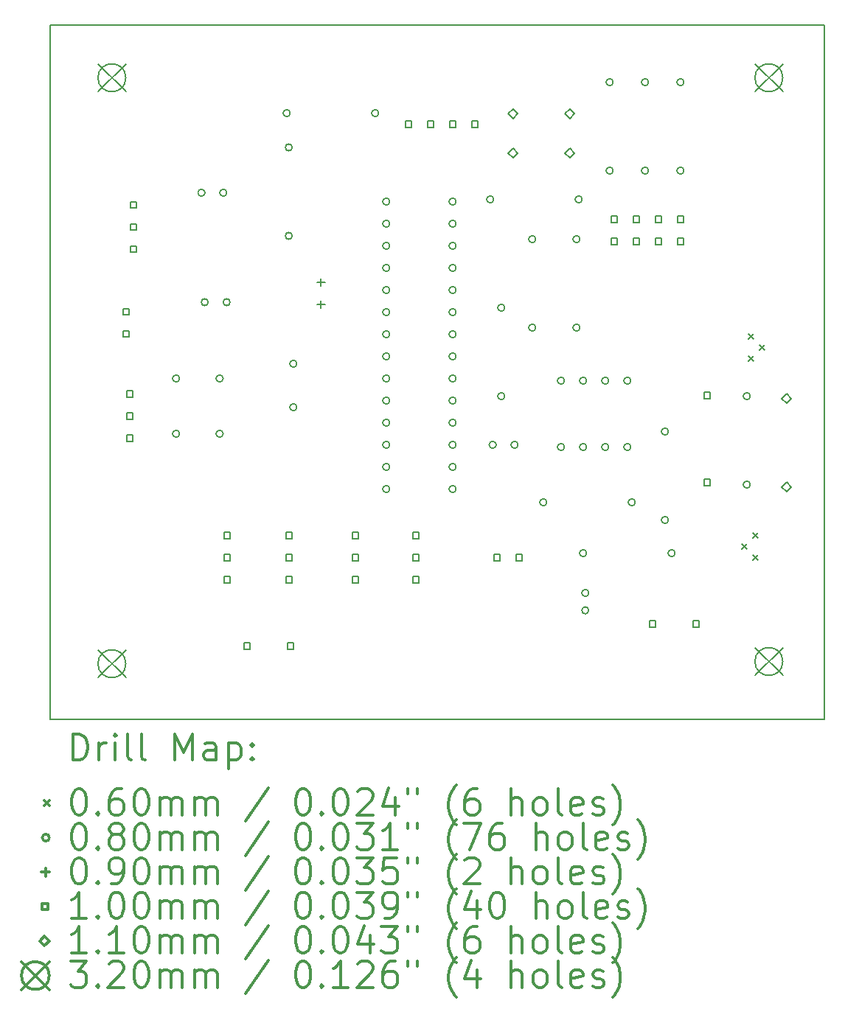
<source format=gbr>
%FSLAX45Y45*%
G04 Gerber Fmt 4.5, Leading zero omitted, Abs format (unit mm)*
G04 Created by KiCad (PCBNEW 4.0.6-e0-6349~53~ubuntu14.04.1) date Thu Jun  8 11:33:24 2017*
%MOMM*%
%LPD*%
G01*
G04 APERTURE LIST*
%ADD10C,0.127000*%
%ADD11C,0.150000*%
%ADD12C,0.200000*%
%ADD13C,0.300000*%
G04 APERTURE END LIST*
D10*
D11*
X16281400Y-5588000D02*
X16281400Y-13563600D01*
X7391400Y-5588000D02*
X16281400Y-5588000D01*
X7391400Y-13563600D02*
X7391400Y-5588000D01*
X16281400Y-13563600D02*
X7391400Y-13563600D01*
D12*
X15337000Y-11552400D02*
X15397000Y-11612400D01*
X15397000Y-11552400D02*
X15337000Y-11612400D01*
X15413200Y-9139400D02*
X15473200Y-9199400D01*
X15473200Y-9139400D02*
X15413200Y-9199400D01*
X15413200Y-9393400D02*
X15473200Y-9453400D01*
X15473200Y-9393400D02*
X15413200Y-9453400D01*
X15464000Y-11425400D02*
X15524000Y-11485400D01*
X15524000Y-11425400D02*
X15464000Y-11485400D01*
X15464000Y-11679400D02*
X15524000Y-11739400D01*
X15524000Y-11679400D02*
X15464000Y-11739400D01*
X15540200Y-9266400D02*
X15600200Y-9326400D01*
X15600200Y-9266400D02*
X15540200Y-9326400D01*
X8879200Y-9652000D02*
G75*
G03X8879200Y-9652000I-40000J0D01*
G01*
X8879200Y-10287000D02*
G75*
G03X8879200Y-10287000I-40000J0D01*
G01*
X9171300Y-7518400D02*
G75*
G03X9171300Y-7518400I-40000J0D01*
G01*
X9209400Y-8775700D02*
G75*
G03X9209400Y-8775700I-40000J0D01*
G01*
X9379200Y-9652000D02*
G75*
G03X9379200Y-9652000I-40000J0D01*
G01*
X9379200Y-10287000D02*
G75*
G03X9379200Y-10287000I-40000J0D01*
G01*
X9421300Y-7518400D02*
G75*
G03X9421300Y-7518400I-40000J0D01*
G01*
X9459400Y-8775700D02*
G75*
G03X9459400Y-8775700I-40000J0D01*
G01*
X10149200Y-6604000D02*
G75*
G03X10149200Y-6604000I-40000J0D01*
G01*
X10174600Y-6997700D02*
G75*
G03X10174600Y-6997700I-40000J0D01*
G01*
X10174600Y-8013700D02*
G75*
G03X10174600Y-8013700I-40000J0D01*
G01*
X10225400Y-9482200D02*
G75*
G03X10225400Y-9482200I-40000J0D01*
G01*
X10225400Y-9982200D02*
G75*
G03X10225400Y-9982200I-40000J0D01*
G01*
X11165200Y-6604000D02*
G75*
G03X11165200Y-6604000I-40000J0D01*
G01*
X11292200Y-7620000D02*
G75*
G03X11292200Y-7620000I-40000J0D01*
G01*
X11292200Y-7874000D02*
G75*
G03X11292200Y-7874000I-40000J0D01*
G01*
X11292200Y-8128000D02*
G75*
G03X11292200Y-8128000I-40000J0D01*
G01*
X11292200Y-8382000D02*
G75*
G03X11292200Y-8382000I-40000J0D01*
G01*
X11292200Y-8636000D02*
G75*
G03X11292200Y-8636000I-40000J0D01*
G01*
X11292200Y-8890000D02*
G75*
G03X11292200Y-8890000I-40000J0D01*
G01*
X11292200Y-9144000D02*
G75*
G03X11292200Y-9144000I-40000J0D01*
G01*
X11292200Y-9398000D02*
G75*
G03X11292200Y-9398000I-40000J0D01*
G01*
X11292200Y-9652000D02*
G75*
G03X11292200Y-9652000I-40000J0D01*
G01*
X11292200Y-9906000D02*
G75*
G03X11292200Y-9906000I-40000J0D01*
G01*
X11292200Y-10160000D02*
G75*
G03X11292200Y-10160000I-40000J0D01*
G01*
X11292200Y-10414000D02*
G75*
G03X11292200Y-10414000I-40000J0D01*
G01*
X11292200Y-10668000D02*
G75*
G03X11292200Y-10668000I-40000J0D01*
G01*
X11292200Y-10922000D02*
G75*
G03X11292200Y-10922000I-40000J0D01*
G01*
X12054200Y-7620000D02*
G75*
G03X12054200Y-7620000I-40000J0D01*
G01*
X12054200Y-7874000D02*
G75*
G03X12054200Y-7874000I-40000J0D01*
G01*
X12054200Y-8128000D02*
G75*
G03X12054200Y-8128000I-40000J0D01*
G01*
X12054200Y-8382000D02*
G75*
G03X12054200Y-8382000I-40000J0D01*
G01*
X12054200Y-8636000D02*
G75*
G03X12054200Y-8636000I-40000J0D01*
G01*
X12054200Y-8890000D02*
G75*
G03X12054200Y-8890000I-40000J0D01*
G01*
X12054200Y-9144000D02*
G75*
G03X12054200Y-9144000I-40000J0D01*
G01*
X12054200Y-9398000D02*
G75*
G03X12054200Y-9398000I-40000J0D01*
G01*
X12054200Y-9652000D02*
G75*
G03X12054200Y-9652000I-40000J0D01*
G01*
X12054200Y-9906000D02*
G75*
G03X12054200Y-9906000I-40000J0D01*
G01*
X12054200Y-10160000D02*
G75*
G03X12054200Y-10160000I-40000J0D01*
G01*
X12054200Y-10414000D02*
G75*
G03X12054200Y-10414000I-40000J0D01*
G01*
X12054200Y-10668000D02*
G75*
G03X12054200Y-10668000I-40000J0D01*
G01*
X12054200Y-10922000D02*
G75*
G03X12054200Y-10922000I-40000J0D01*
G01*
X12486000Y-7594600D02*
G75*
G03X12486000Y-7594600I-40000J0D01*
G01*
X12515400Y-10414000D02*
G75*
G03X12515400Y-10414000I-40000J0D01*
G01*
X12613000Y-8839200D02*
G75*
G03X12613000Y-8839200I-40000J0D01*
G01*
X12613000Y-9855200D02*
G75*
G03X12613000Y-9855200I-40000J0D01*
G01*
X12765400Y-10414000D02*
G75*
G03X12765400Y-10414000I-40000J0D01*
G01*
X12968600Y-8051800D02*
G75*
G03X12968600Y-8051800I-40000J0D01*
G01*
X12968600Y-9067800D02*
G75*
G03X12968600Y-9067800I-40000J0D01*
G01*
X13095600Y-11074400D02*
G75*
G03X13095600Y-11074400I-40000J0D01*
G01*
X13298800Y-9677400D02*
G75*
G03X13298800Y-9677400I-40000J0D01*
G01*
X13298800Y-10439400D02*
G75*
G03X13298800Y-10439400I-40000J0D01*
G01*
X13476600Y-8051800D02*
G75*
G03X13476600Y-8051800I-40000J0D01*
G01*
X13476600Y-9067800D02*
G75*
G03X13476600Y-9067800I-40000J0D01*
G01*
X13502000Y-7594600D02*
G75*
G03X13502000Y-7594600I-40000J0D01*
G01*
X13552800Y-9677400D02*
G75*
G03X13552800Y-9677400I-40000J0D01*
G01*
X13552800Y-10439400D02*
G75*
G03X13552800Y-10439400I-40000J0D01*
G01*
X13552800Y-11658600D02*
G75*
G03X13552800Y-11658600I-40000J0D01*
G01*
X13578200Y-12115800D02*
G75*
G03X13578200Y-12115800I-40000J0D01*
G01*
X13578200Y-12315800D02*
G75*
G03X13578200Y-12315800I-40000J0D01*
G01*
X13806800Y-9677400D02*
G75*
G03X13806800Y-9677400I-40000J0D01*
G01*
X13806800Y-10439400D02*
G75*
G03X13806800Y-10439400I-40000J0D01*
G01*
X13857600Y-6248400D02*
G75*
G03X13857600Y-6248400I-40000J0D01*
G01*
X13857600Y-7264400D02*
G75*
G03X13857600Y-7264400I-40000J0D01*
G01*
X14060800Y-9677400D02*
G75*
G03X14060800Y-9677400I-40000J0D01*
G01*
X14060800Y-10439400D02*
G75*
G03X14060800Y-10439400I-40000J0D01*
G01*
X14111600Y-11074400D02*
G75*
G03X14111600Y-11074400I-40000J0D01*
G01*
X14264000Y-6248400D02*
G75*
G03X14264000Y-6248400I-40000J0D01*
G01*
X14264000Y-7264400D02*
G75*
G03X14264000Y-7264400I-40000J0D01*
G01*
X14492600Y-10261600D02*
G75*
G03X14492600Y-10261600I-40000J0D01*
G01*
X14492600Y-11277600D02*
G75*
G03X14492600Y-11277600I-40000J0D01*
G01*
X14568800Y-11658600D02*
G75*
G03X14568800Y-11658600I-40000J0D01*
G01*
X14670400Y-6248400D02*
G75*
G03X14670400Y-6248400I-40000J0D01*
G01*
X14670400Y-7264400D02*
G75*
G03X14670400Y-7264400I-40000J0D01*
G01*
X15432400Y-9855200D02*
G75*
G03X15432400Y-9855200I-40000J0D01*
G01*
X15432400Y-10871200D02*
G75*
G03X15432400Y-10871200I-40000J0D01*
G01*
X10502900Y-8502100D02*
X10502900Y-8592100D01*
X10457900Y-8547100D02*
X10547900Y-8547100D01*
X10502900Y-8756100D02*
X10502900Y-8846100D01*
X10457900Y-8801100D02*
X10547900Y-8801100D01*
X8303056Y-8919006D02*
X8303056Y-8848294D01*
X8232344Y-8848294D01*
X8232344Y-8919006D01*
X8303056Y-8919006D01*
X8303056Y-9173006D02*
X8303056Y-9102294D01*
X8232344Y-9102294D01*
X8232344Y-9173006D01*
X8303056Y-9173006D01*
X8341156Y-9865156D02*
X8341156Y-9794444D01*
X8270444Y-9794444D01*
X8270444Y-9865156D01*
X8341156Y-9865156D01*
X8341156Y-10119156D02*
X8341156Y-10048444D01*
X8270444Y-10048444D01*
X8270444Y-10119156D01*
X8341156Y-10119156D01*
X8341156Y-10373156D02*
X8341156Y-10302444D01*
X8270444Y-10302444D01*
X8270444Y-10373156D01*
X8341156Y-10373156D01*
X8385606Y-7693456D02*
X8385606Y-7622744D01*
X8314894Y-7622744D01*
X8314894Y-7693456D01*
X8385606Y-7693456D01*
X8385606Y-7947456D02*
X8385606Y-7876744D01*
X8314894Y-7876744D01*
X8314894Y-7947456D01*
X8385606Y-7947456D01*
X8385606Y-8201456D02*
X8385606Y-8130744D01*
X8314894Y-8130744D01*
X8314894Y-8201456D01*
X8385606Y-8201456D01*
X9458756Y-11490756D02*
X9458756Y-11420044D01*
X9388044Y-11420044D01*
X9388044Y-11490756D01*
X9458756Y-11490756D01*
X9458756Y-11744756D02*
X9458756Y-11674044D01*
X9388044Y-11674044D01*
X9388044Y-11744756D01*
X9458756Y-11744756D01*
X9458756Y-11998756D02*
X9458756Y-11928044D01*
X9388044Y-11928044D01*
X9388044Y-11998756D01*
X9458756Y-11998756D01*
X9687356Y-12760756D02*
X9687356Y-12690044D01*
X9616644Y-12690044D01*
X9616644Y-12760756D01*
X9687356Y-12760756D01*
X10169956Y-11490756D02*
X10169956Y-11420044D01*
X10099244Y-11420044D01*
X10099244Y-11490756D01*
X10169956Y-11490756D01*
X10169956Y-11744756D02*
X10169956Y-11674044D01*
X10099244Y-11674044D01*
X10099244Y-11744756D01*
X10169956Y-11744756D01*
X10169956Y-11998756D02*
X10169956Y-11928044D01*
X10099244Y-11928044D01*
X10099244Y-11998756D01*
X10169956Y-11998756D01*
X10187356Y-12760756D02*
X10187356Y-12690044D01*
X10116644Y-12690044D01*
X10116644Y-12760756D01*
X10187356Y-12760756D01*
X10931956Y-11490756D02*
X10931956Y-11420044D01*
X10861244Y-11420044D01*
X10861244Y-11490756D01*
X10931956Y-11490756D01*
X10931956Y-11744756D02*
X10931956Y-11674044D01*
X10861244Y-11674044D01*
X10861244Y-11744756D01*
X10931956Y-11744756D01*
X10931956Y-11998756D02*
X10931956Y-11928044D01*
X10861244Y-11928044D01*
X10861244Y-11998756D01*
X10931956Y-11998756D01*
X11541556Y-6766356D02*
X11541556Y-6695644D01*
X11470844Y-6695644D01*
X11470844Y-6766356D01*
X11541556Y-6766356D01*
X11630456Y-11490756D02*
X11630456Y-11420044D01*
X11559744Y-11420044D01*
X11559744Y-11490756D01*
X11630456Y-11490756D01*
X11630456Y-11744756D02*
X11630456Y-11674044D01*
X11559744Y-11674044D01*
X11559744Y-11744756D01*
X11630456Y-11744756D01*
X11630456Y-11998756D02*
X11630456Y-11928044D01*
X11559744Y-11928044D01*
X11559744Y-11998756D01*
X11630456Y-11998756D01*
X11795556Y-6766356D02*
X11795556Y-6695644D01*
X11724844Y-6695644D01*
X11724844Y-6766356D01*
X11795556Y-6766356D01*
X12049556Y-6766356D02*
X12049556Y-6695644D01*
X11978844Y-6695644D01*
X11978844Y-6766356D01*
X12049556Y-6766356D01*
X12303556Y-6766356D02*
X12303556Y-6695644D01*
X12232844Y-6695644D01*
X12232844Y-6766356D01*
X12303556Y-6766356D01*
X12557556Y-11744756D02*
X12557556Y-11674044D01*
X12486844Y-11674044D01*
X12486844Y-11744756D01*
X12557556Y-11744756D01*
X12811556Y-11744756D02*
X12811556Y-11674044D01*
X12740844Y-11674044D01*
X12740844Y-11744756D01*
X12811556Y-11744756D01*
X13903756Y-7858556D02*
X13903756Y-7787844D01*
X13833044Y-7787844D01*
X13833044Y-7858556D01*
X13903756Y-7858556D01*
X13903756Y-8112556D02*
X13903756Y-8041844D01*
X13833044Y-8041844D01*
X13833044Y-8112556D01*
X13903756Y-8112556D01*
X14157756Y-7858556D02*
X14157756Y-7787844D01*
X14087044Y-7787844D01*
X14087044Y-7858556D01*
X14157756Y-7858556D01*
X14157756Y-8112556D02*
X14157756Y-8041844D01*
X14087044Y-8041844D01*
X14087044Y-8112556D01*
X14157756Y-8112556D01*
X14343556Y-12506756D02*
X14343556Y-12436044D01*
X14272844Y-12436044D01*
X14272844Y-12506756D01*
X14343556Y-12506756D01*
X14411756Y-7858556D02*
X14411756Y-7787844D01*
X14341044Y-7787844D01*
X14341044Y-7858556D01*
X14411756Y-7858556D01*
X14411756Y-8112556D02*
X14411756Y-8041844D01*
X14341044Y-8041844D01*
X14341044Y-8112556D01*
X14411756Y-8112556D01*
X14665756Y-7858556D02*
X14665756Y-7787844D01*
X14595044Y-7787844D01*
X14595044Y-7858556D01*
X14665756Y-7858556D01*
X14665756Y-8112556D02*
X14665756Y-8041844D01*
X14595044Y-8041844D01*
X14595044Y-8112556D01*
X14665756Y-8112556D01*
X14843556Y-12506756D02*
X14843556Y-12436044D01*
X14772844Y-12436044D01*
X14772844Y-12506756D01*
X14843556Y-12506756D01*
X14970556Y-9881156D02*
X14970556Y-9810444D01*
X14899844Y-9810444D01*
X14899844Y-9881156D01*
X14970556Y-9881156D01*
X14970556Y-10881156D02*
X14970556Y-10810444D01*
X14899844Y-10810444D01*
X14899844Y-10881156D01*
X14970556Y-10881156D01*
X12710400Y-6666200D02*
X12765400Y-6611200D01*
X12710400Y-6556200D01*
X12655400Y-6611200D01*
X12710400Y-6666200D01*
X12710400Y-7116200D02*
X12765400Y-7061200D01*
X12710400Y-7006200D01*
X12655400Y-7061200D01*
X12710400Y-7116200D01*
X13360400Y-6666200D02*
X13415400Y-6611200D01*
X13360400Y-6556200D01*
X13305400Y-6611200D01*
X13360400Y-6666200D01*
X13360400Y-7116200D02*
X13415400Y-7061200D01*
X13360400Y-7006200D01*
X13305400Y-7061200D01*
X13360400Y-7116200D01*
X15849600Y-9935600D02*
X15904600Y-9880600D01*
X15849600Y-9825600D01*
X15794600Y-9880600D01*
X15849600Y-9935600D01*
X15849600Y-10951600D02*
X15904600Y-10896600D01*
X15849600Y-10841600D01*
X15794600Y-10896600D01*
X15849600Y-10951600D01*
X7942600Y-6037600D02*
X8262600Y-6357600D01*
X8262600Y-6037600D02*
X7942600Y-6357600D01*
X8262600Y-6197600D02*
G75*
G03X8262600Y-6197600I-160000J0D01*
G01*
X7942600Y-12768600D02*
X8262600Y-13088600D01*
X8262600Y-12768600D02*
X7942600Y-13088600D01*
X8262600Y-12928600D02*
G75*
G03X8262600Y-12928600I-160000J0D01*
G01*
X15486400Y-6037600D02*
X15806400Y-6357600D01*
X15806400Y-6037600D02*
X15486400Y-6357600D01*
X15806400Y-6197600D02*
G75*
G03X15806400Y-6197600I-160000J0D01*
G01*
X15486400Y-12743200D02*
X15806400Y-13063200D01*
X15806400Y-12743200D02*
X15486400Y-13063200D01*
X15806400Y-12903200D02*
G75*
G03X15806400Y-12903200I-160000J0D01*
G01*
D13*
X7655328Y-14036814D02*
X7655328Y-13736814D01*
X7726757Y-13736814D01*
X7769614Y-13751100D01*
X7798186Y-13779671D01*
X7812471Y-13808243D01*
X7826757Y-13865386D01*
X7826757Y-13908243D01*
X7812471Y-13965386D01*
X7798186Y-13993957D01*
X7769614Y-14022529D01*
X7726757Y-14036814D01*
X7655328Y-14036814D01*
X7955328Y-14036814D02*
X7955328Y-13836814D01*
X7955328Y-13893957D02*
X7969614Y-13865386D01*
X7983900Y-13851100D01*
X8012471Y-13836814D01*
X8041043Y-13836814D01*
X8141043Y-14036814D02*
X8141043Y-13836814D01*
X8141043Y-13736814D02*
X8126757Y-13751100D01*
X8141043Y-13765386D01*
X8155328Y-13751100D01*
X8141043Y-13736814D01*
X8141043Y-13765386D01*
X8326757Y-14036814D02*
X8298186Y-14022529D01*
X8283900Y-13993957D01*
X8283900Y-13736814D01*
X8483900Y-14036814D02*
X8455329Y-14022529D01*
X8441043Y-13993957D01*
X8441043Y-13736814D01*
X8826757Y-14036814D02*
X8826757Y-13736814D01*
X8926757Y-13951100D01*
X9026757Y-13736814D01*
X9026757Y-14036814D01*
X9298186Y-14036814D02*
X9298186Y-13879671D01*
X9283900Y-13851100D01*
X9255329Y-13836814D01*
X9198186Y-13836814D01*
X9169614Y-13851100D01*
X9298186Y-14022529D02*
X9269614Y-14036814D01*
X9198186Y-14036814D01*
X9169614Y-14022529D01*
X9155329Y-13993957D01*
X9155329Y-13965386D01*
X9169614Y-13936814D01*
X9198186Y-13922529D01*
X9269614Y-13922529D01*
X9298186Y-13908243D01*
X9441043Y-13836814D02*
X9441043Y-14136814D01*
X9441043Y-13851100D02*
X9469614Y-13836814D01*
X9526757Y-13836814D01*
X9555329Y-13851100D01*
X9569614Y-13865386D01*
X9583900Y-13893957D01*
X9583900Y-13979671D01*
X9569614Y-14008243D01*
X9555329Y-14022529D01*
X9526757Y-14036814D01*
X9469614Y-14036814D01*
X9441043Y-14022529D01*
X9712471Y-14008243D02*
X9726757Y-14022529D01*
X9712471Y-14036814D01*
X9698186Y-14022529D01*
X9712471Y-14008243D01*
X9712471Y-14036814D01*
X9712471Y-13851100D02*
X9726757Y-13865386D01*
X9712471Y-13879671D01*
X9698186Y-13865386D01*
X9712471Y-13851100D01*
X9712471Y-13879671D01*
X7323900Y-14501100D02*
X7383900Y-14561100D01*
X7383900Y-14501100D02*
X7323900Y-14561100D01*
X7712471Y-14366814D02*
X7741043Y-14366814D01*
X7769614Y-14381100D01*
X7783900Y-14395386D01*
X7798186Y-14423957D01*
X7812471Y-14481100D01*
X7812471Y-14552529D01*
X7798186Y-14609671D01*
X7783900Y-14638243D01*
X7769614Y-14652529D01*
X7741043Y-14666814D01*
X7712471Y-14666814D01*
X7683900Y-14652529D01*
X7669614Y-14638243D01*
X7655328Y-14609671D01*
X7641043Y-14552529D01*
X7641043Y-14481100D01*
X7655328Y-14423957D01*
X7669614Y-14395386D01*
X7683900Y-14381100D01*
X7712471Y-14366814D01*
X7941043Y-14638243D02*
X7955328Y-14652529D01*
X7941043Y-14666814D01*
X7926757Y-14652529D01*
X7941043Y-14638243D01*
X7941043Y-14666814D01*
X8212471Y-14366814D02*
X8155328Y-14366814D01*
X8126757Y-14381100D01*
X8112471Y-14395386D01*
X8083900Y-14438243D01*
X8069614Y-14495386D01*
X8069614Y-14609671D01*
X8083900Y-14638243D01*
X8098186Y-14652529D01*
X8126757Y-14666814D01*
X8183900Y-14666814D01*
X8212471Y-14652529D01*
X8226757Y-14638243D01*
X8241043Y-14609671D01*
X8241043Y-14538243D01*
X8226757Y-14509671D01*
X8212471Y-14495386D01*
X8183900Y-14481100D01*
X8126757Y-14481100D01*
X8098186Y-14495386D01*
X8083900Y-14509671D01*
X8069614Y-14538243D01*
X8426757Y-14366814D02*
X8455329Y-14366814D01*
X8483900Y-14381100D01*
X8498186Y-14395386D01*
X8512471Y-14423957D01*
X8526757Y-14481100D01*
X8526757Y-14552529D01*
X8512471Y-14609671D01*
X8498186Y-14638243D01*
X8483900Y-14652529D01*
X8455329Y-14666814D01*
X8426757Y-14666814D01*
X8398186Y-14652529D01*
X8383900Y-14638243D01*
X8369614Y-14609671D01*
X8355328Y-14552529D01*
X8355328Y-14481100D01*
X8369614Y-14423957D01*
X8383900Y-14395386D01*
X8398186Y-14381100D01*
X8426757Y-14366814D01*
X8655329Y-14666814D02*
X8655329Y-14466814D01*
X8655329Y-14495386D02*
X8669614Y-14481100D01*
X8698186Y-14466814D01*
X8741043Y-14466814D01*
X8769614Y-14481100D01*
X8783900Y-14509671D01*
X8783900Y-14666814D01*
X8783900Y-14509671D02*
X8798186Y-14481100D01*
X8826757Y-14466814D01*
X8869614Y-14466814D01*
X8898186Y-14481100D01*
X8912471Y-14509671D01*
X8912471Y-14666814D01*
X9055329Y-14666814D02*
X9055329Y-14466814D01*
X9055329Y-14495386D02*
X9069614Y-14481100D01*
X9098186Y-14466814D01*
X9141043Y-14466814D01*
X9169614Y-14481100D01*
X9183900Y-14509671D01*
X9183900Y-14666814D01*
X9183900Y-14509671D02*
X9198186Y-14481100D01*
X9226757Y-14466814D01*
X9269614Y-14466814D01*
X9298186Y-14481100D01*
X9312471Y-14509671D01*
X9312471Y-14666814D01*
X9898186Y-14352529D02*
X9641043Y-14738243D01*
X10283900Y-14366814D02*
X10312471Y-14366814D01*
X10341043Y-14381100D01*
X10355328Y-14395386D01*
X10369614Y-14423957D01*
X10383900Y-14481100D01*
X10383900Y-14552529D01*
X10369614Y-14609671D01*
X10355328Y-14638243D01*
X10341043Y-14652529D01*
X10312471Y-14666814D01*
X10283900Y-14666814D01*
X10255328Y-14652529D01*
X10241043Y-14638243D01*
X10226757Y-14609671D01*
X10212471Y-14552529D01*
X10212471Y-14481100D01*
X10226757Y-14423957D01*
X10241043Y-14395386D01*
X10255328Y-14381100D01*
X10283900Y-14366814D01*
X10512471Y-14638243D02*
X10526757Y-14652529D01*
X10512471Y-14666814D01*
X10498186Y-14652529D01*
X10512471Y-14638243D01*
X10512471Y-14666814D01*
X10712471Y-14366814D02*
X10741043Y-14366814D01*
X10769614Y-14381100D01*
X10783900Y-14395386D01*
X10798186Y-14423957D01*
X10812471Y-14481100D01*
X10812471Y-14552529D01*
X10798186Y-14609671D01*
X10783900Y-14638243D01*
X10769614Y-14652529D01*
X10741043Y-14666814D01*
X10712471Y-14666814D01*
X10683900Y-14652529D01*
X10669614Y-14638243D01*
X10655328Y-14609671D01*
X10641043Y-14552529D01*
X10641043Y-14481100D01*
X10655328Y-14423957D01*
X10669614Y-14395386D01*
X10683900Y-14381100D01*
X10712471Y-14366814D01*
X10926757Y-14395386D02*
X10941043Y-14381100D01*
X10969614Y-14366814D01*
X11041043Y-14366814D01*
X11069614Y-14381100D01*
X11083900Y-14395386D01*
X11098186Y-14423957D01*
X11098186Y-14452529D01*
X11083900Y-14495386D01*
X10912471Y-14666814D01*
X11098186Y-14666814D01*
X11355328Y-14466814D02*
X11355328Y-14666814D01*
X11283900Y-14352529D02*
X11212471Y-14566814D01*
X11398185Y-14566814D01*
X11498186Y-14366814D02*
X11498186Y-14423957D01*
X11612471Y-14366814D02*
X11612471Y-14423957D01*
X12055328Y-14781100D02*
X12041043Y-14766814D01*
X12012471Y-14723957D01*
X11998185Y-14695386D01*
X11983900Y-14652529D01*
X11969614Y-14581100D01*
X11969614Y-14523957D01*
X11983900Y-14452529D01*
X11998185Y-14409671D01*
X12012471Y-14381100D01*
X12041043Y-14338243D01*
X12055328Y-14323957D01*
X12298185Y-14366814D02*
X12241043Y-14366814D01*
X12212471Y-14381100D01*
X12198185Y-14395386D01*
X12169614Y-14438243D01*
X12155328Y-14495386D01*
X12155328Y-14609671D01*
X12169614Y-14638243D01*
X12183900Y-14652529D01*
X12212471Y-14666814D01*
X12269614Y-14666814D01*
X12298185Y-14652529D01*
X12312471Y-14638243D01*
X12326757Y-14609671D01*
X12326757Y-14538243D01*
X12312471Y-14509671D01*
X12298185Y-14495386D01*
X12269614Y-14481100D01*
X12212471Y-14481100D01*
X12183900Y-14495386D01*
X12169614Y-14509671D01*
X12155328Y-14538243D01*
X12683900Y-14666814D02*
X12683900Y-14366814D01*
X12812471Y-14666814D02*
X12812471Y-14509671D01*
X12798185Y-14481100D01*
X12769614Y-14466814D01*
X12726757Y-14466814D01*
X12698185Y-14481100D01*
X12683900Y-14495386D01*
X12998185Y-14666814D02*
X12969614Y-14652529D01*
X12955328Y-14638243D01*
X12941043Y-14609671D01*
X12941043Y-14523957D01*
X12955328Y-14495386D01*
X12969614Y-14481100D01*
X12998185Y-14466814D01*
X13041043Y-14466814D01*
X13069614Y-14481100D01*
X13083900Y-14495386D01*
X13098185Y-14523957D01*
X13098185Y-14609671D01*
X13083900Y-14638243D01*
X13069614Y-14652529D01*
X13041043Y-14666814D01*
X12998185Y-14666814D01*
X13269614Y-14666814D02*
X13241043Y-14652529D01*
X13226757Y-14623957D01*
X13226757Y-14366814D01*
X13498186Y-14652529D02*
X13469614Y-14666814D01*
X13412471Y-14666814D01*
X13383900Y-14652529D01*
X13369614Y-14623957D01*
X13369614Y-14509671D01*
X13383900Y-14481100D01*
X13412471Y-14466814D01*
X13469614Y-14466814D01*
X13498186Y-14481100D01*
X13512471Y-14509671D01*
X13512471Y-14538243D01*
X13369614Y-14566814D01*
X13626757Y-14652529D02*
X13655328Y-14666814D01*
X13712471Y-14666814D01*
X13741043Y-14652529D01*
X13755328Y-14623957D01*
X13755328Y-14609671D01*
X13741043Y-14581100D01*
X13712471Y-14566814D01*
X13669614Y-14566814D01*
X13641043Y-14552529D01*
X13626757Y-14523957D01*
X13626757Y-14509671D01*
X13641043Y-14481100D01*
X13669614Y-14466814D01*
X13712471Y-14466814D01*
X13741043Y-14481100D01*
X13855328Y-14781100D02*
X13869614Y-14766814D01*
X13898186Y-14723957D01*
X13912471Y-14695386D01*
X13926757Y-14652529D01*
X13941043Y-14581100D01*
X13941043Y-14523957D01*
X13926757Y-14452529D01*
X13912471Y-14409671D01*
X13898186Y-14381100D01*
X13869614Y-14338243D01*
X13855328Y-14323957D01*
X7383900Y-14927100D02*
G75*
G03X7383900Y-14927100I-40000J0D01*
G01*
X7712471Y-14762814D02*
X7741043Y-14762814D01*
X7769614Y-14777100D01*
X7783900Y-14791386D01*
X7798186Y-14819957D01*
X7812471Y-14877100D01*
X7812471Y-14948529D01*
X7798186Y-15005671D01*
X7783900Y-15034243D01*
X7769614Y-15048529D01*
X7741043Y-15062814D01*
X7712471Y-15062814D01*
X7683900Y-15048529D01*
X7669614Y-15034243D01*
X7655328Y-15005671D01*
X7641043Y-14948529D01*
X7641043Y-14877100D01*
X7655328Y-14819957D01*
X7669614Y-14791386D01*
X7683900Y-14777100D01*
X7712471Y-14762814D01*
X7941043Y-15034243D02*
X7955328Y-15048529D01*
X7941043Y-15062814D01*
X7926757Y-15048529D01*
X7941043Y-15034243D01*
X7941043Y-15062814D01*
X8126757Y-14891386D02*
X8098186Y-14877100D01*
X8083900Y-14862814D01*
X8069614Y-14834243D01*
X8069614Y-14819957D01*
X8083900Y-14791386D01*
X8098186Y-14777100D01*
X8126757Y-14762814D01*
X8183900Y-14762814D01*
X8212471Y-14777100D01*
X8226757Y-14791386D01*
X8241043Y-14819957D01*
X8241043Y-14834243D01*
X8226757Y-14862814D01*
X8212471Y-14877100D01*
X8183900Y-14891386D01*
X8126757Y-14891386D01*
X8098186Y-14905671D01*
X8083900Y-14919957D01*
X8069614Y-14948529D01*
X8069614Y-15005671D01*
X8083900Y-15034243D01*
X8098186Y-15048529D01*
X8126757Y-15062814D01*
X8183900Y-15062814D01*
X8212471Y-15048529D01*
X8226757Y-15034243D01*
X8241043Y-15005671D01*
X8241043Y-14948529D01*
X8226757Y-14919957D01*
X8212471Y-14905671D01*
X8183900Y-14891386D01*
X8426757Y-14762814D02*
X8455329Y-14762814D01*
X8483900Y-14777100D01*
X8498186Y-14791386D01*
X8512471Y-14819957D01*
X8526757Y-14877100D01*
X8526757Y-14948529D01*
X8512471Y-15005671D01*
X8498186Y-15034243D01*
X8483900Y-15048529D01*
X8455329Y-15062814D01*
X8426757Y-15062814D01*
X8398186Y-15048529D01*
X8383900Y-15034243D01*
X8369614Y-15005671D01*
X8355328Y-14948529D01*
X8355328Y-14877100D01*
X8369614Y-14819957D01*
X8383900Y-14791386D01*
X8398186Y-14777100D01*
X8426757Y-14762814D01*
X8655329Y-15062814D02*
X8655329Y-14862814D01*
X8655329Y-14891386D02*
X8669614Y-14877100D01*
X8698186Y-14862814D01*
X8741043Y-14862814D01*
X8769614Y-14877100D01*
X8783900Y-14905671D01*
X8783900Y-15062814D01*
X8783900Y-14905671D02*
X8798186Y-14877100D01*
X8826757Y-14862814D01*
X8869614Y-14862814D01*
X8898186Y-14877100D01*
X8912471Y-14905671D01*
X8912471Y-15062814D01*
X9055329Y-15062814D02*
X9055329Y-14862814D01*
X9055329Y-14891386D02*
X9069614Y-14877100D01*
X9098186Y-14862814D01*
X9141043Y-14862814D01*
X9169614Y-14877100D01*
X9183900Y-14905671D01*
X9183900Y-15062814D01*
X9183900Y-14905671D02*
X9198186Y-14877100D01*
X9226757Y-14862814D01*
X9269614Y-14862814D01*
X9298186Y-14877100D01*
X9312471Y-14905671D01*
X9312471Y-15062814D01*
X9898186Y-14748529D02*
X9641043Y-15134243D01*
X10283900Y-14762814D02*
X10312471Y-14762814D01*
X10341043Y-14777100D01*
X10355328Y-14791386D01*
X10369614Y-14819957D01*
X10383900Y-14877100D01*
X10383900Y-14948529D01*
X10369614Y-15005671D01*
X10355328Y-15034243D01*
X10341043Y-15048529D01*
X10312471Y-15062814D01*
X10283900Y-15062814D01*
X10255328Y-15048529D01*
X10241043Y-15034243D01*
X10226757Y-15005671D01*
X10212471Y-14948529D01*
X10212471Y-14877100D01*
X10226757Y-14819957D01*
X10241043Y-14791386D01*
X10255328Y-14777100D01*
X10283900Y-14762814D01*
X10512471Y-15034243D02*
X10526757Y-15048529D01*
X10512471Y-15062814D01*
X10498186Y-15048529D01*
X10512471Y-15034243D01*
X10512471Y-15062814D01*
X10712471Y-14762814D02*
X10741043Y-14762814D01*
X10769614Y-14777100D01*
X10783900Y-14791386D01*
X10798186Y-14819957D01*
X10812471Y-14877100D01*
X10812471Y-14948529D01*
X10798186Y-15005671D01*
X10783900Y-15034243D01*
X10769614Y-15048529D01*
X10741043Y-15062814D01*
X10712471Y-15062814D01*
X10683900Y-15048529D01*
X10669614Y-15034243D01*
X10655328Y-15005671D01*
X10641043Y-14948529D01*
X10641043Y-14877100D01*
X10655328Y-14819957D01*
X10669614Y-14791386D01*
X10683900Y-14777100D01*
X10712471Y-14762814D01*
X10912471Y-14762814D02*
X11098186Y-14762814D01*
X10998186Y-14877100D01*
X11041043Y-14877100D01*
X11069614Y-14891386D01*
X11083900Y-14905671D01*
X11098186Y-14934243D01*
X11098186Y-15005671D01*
X11083900Y-15034243D01*
X11069614Y-15048529D01*
X11041043Y-15062814D01*
X10955328Y-15062814D01*
X10926757Y-15048529D01*
X10912471Y-15034243D01*
X11383900Y-15062814D02*
X11212471Y-15062814D01*
X11298185Y-15062814D02*
X11298185Y-14762814D01*
X11269614Y-14805671D01*
X11241043Y-14834243D01*
X11212471Y-14848529D01*
X11498186Y-14762814D02*
X11498186Y-14819957D01*
X11612471Y-14762814D02*
X11612471Y-14819957D01*
X12055328Y-15177100D02*
X12041043Y-15162814D01*
X12012471Y-15119957D01*
X11998185Y-15091386D01*
X11983900Y-15048529D01*
X11969614Y-14977100D01*
X11969614Y-14919957D01*
X11983900Y-14848529D01*
X11998185Y-14805671D01*
X12012471Y-14777100D01*
X12041043Y-14734243D01*
X12055328Y-14719957D01*
X12141043Y-14762814D02*
X12341043Y-14762814D01*
X12212471Y-15062814D01*
X12583900Y-14762814D02*
X12526757Y-14762814D01*
X12498185Y-14777100D01*
X12483900Y-14791386D01*
X12455328Y-14834243D01*
X12441043Y-14891386D01*
X12441043Y-15005671D01*
X12455328Y-15034243D01*
X12469614Y-15048529D01*
X12498185Y-15062814D01*
X12555328Y-15062814D01*
X12583900Y-15048529D01*
X12598185Y-15034243D01*
X12612471Y-15005671D01*
X12612471Y-14934243D01*
X12598185Y-14905671D01*
X12583900Y-14891386D01*
X12555328Y-14877100D01*
X12498185Y-14877100D01*
X12469614Y-14891386D01*
X12455328Y-14905671D01*
X12441043Y-14934243D01*
X12969614Y-15062814D02*
X12969614Y-14762814D01*
X13098185Y-15062814D02*
X13098185Y-14905671D01*
X13083900Y-14877100D01*
X13055328Y-14862814D01*
X13012471Y-14862814D01*
X12983900Y-14877100D01*
X12969614Y-14891386D01*
X13283900Y-15062814D02*
X13255328Y-15048529D01*
X13241043Y-15034243D01*
X13226757Y-15005671D01*
X13226757Y-14919957D01*
X13241043Y-14891386D01*
X13255328Y-14877100D01*
X13283900Y-14862814D01*
X13326757Y-14862814D01*
X13355328Y-14877100D01*
X13369614Y-14891386D01*
X13383900Y-14919957D01*
X13383900Y-15005671D01*
X13369614Y-15034243D01*
X13355328Y-15048529D01*
X13326757Y-15062814D01*
X13283900Y-15062814D01*
X13555328Y-15062814D02*
X13526757Y-15048529D01*
X13512471Y-15019957D01*
X13512471Y-14762814D01*
X13783900Y-15048529D02*
X13755328Y-15062814D01*
X13698186Y-15062814D01*
X13669614Y-15048529D01*
X13655328Y-15019957D01*
X13655328Y-14905671D01*
X13669614Y-14877100D01*
X13698186Y-14862814D01*
X13755328Y-14862814D01*
X13783900Y-14877100D01*
X13798186Y-14905671D01*
X13798186Y-14934243D01*
X13655328Y-14962814D01*
X13912471Y-15048529D02*
X13941043Y-15062814D01*
X13998186Y-15062814D01*
X14026757Y-15048529D01*
X14041043Y-15019957D01*
X14041043Y-15005671D01*
X14026757Y-14977100D01*
X13998186Y-14962814D01*
X13955328Y-14962814D01*
X13926757Y-14948529D01*
X13912471Y-14919957D01*
X13912471Y-14905671D01*
X13926757Y-14877100D01*
X13955328Y-14862814D01*
X13998186Y-14862814D01*
X14026757Y-14877100D01*
X14141043Y-15177100D02*
X14155328Y-15162814D01*
X14183900Y-15119957D01*
X14198186Y-15091386D01*
X14212471Y-15048529D01*
X14226757Y-14977100D01*
X14226757Y-14919957D01*
X14212471Y-14848529D01*
X14198186Y-14805671D01*
X14183900Y-14777100D01*
X14155328Y-14734243D01*
X14141043Y-14719957D01*
X7338900Y-15278100D02*
X7338900Y-15368100D01*
X7293900Y-15323100D02*
X7383900Y-15323100D01*
X7712471Y-15158814D02*
X7741043Y-15158814D01*
X7769614Y-15173100D01*
X7783900Y-15187386D01*
X7798186Y-15215957D01*
X7812471Y-15273100D01*
X7812471Y-15344529D01*
X7798186Y-15401671D01*
X7783900Y-15430243D01*
X7769614Y-15444529D01*
X7741043Y-15458814D01*
X7712471Y-15458814D01*
X7683900Y-15444529D01*
X7669614Y-15430243D01*
X7655328Y-15401671D01*
X7641043Y-15344529D01*
X7641043Y-15273100D01*
X7655328Y-15215957D01*
X7669614Y-15187386D01*
X7683900Y-15173100D01*
X7712471Y-15158814D01*
X7941043Y-15430243D02*
X7955328Y-15444529D01*
X7941043Y-15458814D01*
X7926757Y-15444529D01*
X7941043Y-15430243D01*
X7941043Y-15458814D01*
X8098186Y-15458814D02*
X8155328Y-15458814D01*
X8183900Y-15444529D01*
X8198186Y-15430243D01*
X8226757Y-15387386D01*
X8241043Y-15330243D01*
X8241043Y-15215957D01*
X8226757Y-15187386D01*
X8212471Y-15173100D01*
X8183900Y-15158814D01*
X8126757Y-15158814D01*
X8098186Y-15173100D01*
X8083900Y-15187386D01*
X8069614Y-15215957D01*
X8069614Y-15287386D01*
X8083900Y-15315957D01*
X8098186Y-15330243D01*
X8126757Y-15344529D01*
X8183900Y-15344529D01*
X8212471Y-15330243D01*
X8226757Y-15315957D01*
X8241043Y-15287386D01*
X8426757Y-15158814D02*
X8455329Y-15158814D01*
X8483900Y-15173100D01*
X8498186Y-15187386D01*
X8512471Y-15215957D01*
X8526757Y-15273100D01*
X8526757Y-15344529D01*
X8512471Y-15401671D01*
X8498186Y-15430243D01*
X8483900Y-15444529D01*
X8455329Y-15458814D01*
X8426757Y-15458814D01*
X8398186Y-15444529D01*
X8383900Y-15430243D01*
X8369614Y-15401671D01*
X8355328Y-15344529D01*
X8355328Y-15273100D01*
X8369614Y-15215957D01*
X8383900Y-15187386D01*
X8398186Y-15173100D01*
X8426757Y-15158814D01*
X8655329Y-15458814D02*
X8655329Y-15258814D01*
X8655329Y-15287386D02*
X8669614Y-15273100D01*
X8698186Y-15258814D01*
X8741043Y-15258814D01*
X8769614Y-15273100D01*
X8783900Y-15301671D01*
X8783900Y-15458814D01*
X8783900Y-15301671D02*
X8798186Y-15273100D01*
X8826757Y-15258814D01*
X8869614Y-15258814D01*
X8898186Y-15273100D01*
X8912471Y-15301671D01*
X8912471Y-15458814D01*
X9055329Y-15458814D02*
X9055329Y-15258814D01*
X9055329Y-15287386D02*
X9069614Y-15273100D01*
X9098186Y-15258814D01*
X9141043Y-15258814D01*
X9169614Y-15273100D01*
X9183900Y-15301671D01*
X9183900Y-15458814D01*
X9183900Y-15301671D02*
X9198186Y-15273100D01*
X9226757Y-15258814D01*
X9269614Y-15258814D01*
X9298186Y-15273100D01*
X9312471Y-15301671D01*
X9312471Y-15458814D01*
X9898186Y-15144529D02*
X9641043Y-15530243D01*
X10283900Y-15158814D02*
X10312471Y-15158814D01*
X10341043Y-15173100D01*
X10355328Y-15187386D01*
X10369614Y-15215957D01*
X10383900Y-15273100D01*
X10383900Y-15344529D01*
X10369614Y-15401671D01*
X10355328Y-15430243D01*
X10341043Y-15444529D01*
X10312471Y-15458814D01*
X10283900Y-15458814D01*
X10255328Y-15444529D01*
X10241043Y-15430243D01*
X10226757Y-15401671D01*
X10212471Y-15344529D01*
X10212471Y-15273100D01*
X10226757Y-15215957D01*
X10241043Y-15187386D01*
X10255328Y-15173100D01*
X10283900Y-15158814D01*
X10512471Y-15430243D02*
X10526757Y-15444529D01*
X10512471Y-15458814D01*
X10498186Y-15444529D01*
X10512471Y-15430243D01*
X10512471Y-15458814D01*
X10712471Y-15158814D02*
X10741043Y-15158814D01*
X10769614Y-15173100D01*
X10783900Y-15187386D01*
X10798186Y-15215957D01*
X10812471Y-15273100D01*
X10812471Y-15344529D01*
X10798186Y-15401671D01*
X10783900Y-15430243D01*
X10769614Y-15444529D01*
X10741043Y-15458814D01*
X10712471Y-15458814D01*
X10683900Y-15444529D01*
X10669614Y-15430243D01*
X10655328Y-15401671D01*
X10641043Y-15344529D01*
X10641043Y-15273100D01*
X10655328Y-15215957D01*
X10669614Y-15187386D01*
X10683900Y-15173100D01*
X10712471Y-15158814D01*
X10912471Y-15158814D02*
X11098186Y-15158814D01*
X10998186Y-15273100D01*
X11041043Y-15273100D01*
X11069614Y-15287386D01*
X11083900Y-15301671D01*
X11098186Y-15330243D01*
X11098186Y-15401671D01*
X11083900Y-15430243D01*
X11069614Y-15444529D01*
X11041043Y-15458814D01*
X10955328Y-15458814D01*
X10926757Y-15444529D01*
X10912471Y-15430243D01*
X11369614Y-15158814D02*
X11226757Y-15158814D01*
X11212471Y-15301671D01*
X11226757Y-15287386D01*
X11255328Y-15273100D01*
X11326757Y-15273100D01*
X11355328Y-15287386D01*
X11369614Y-15301671D01*
X11383900Y-15330243D01*
X11383900Y-15401671D01*
X11369614Y-15430243D01*
X11355328Y-15444529D01*
X11326757Y-15458814D01*
X11255328Y-15458814D01*
X11226757Y-15444529D01*
X11212471Y-15430243D01*
X11498186Y-15158814D02*
X11498186Y-15215957D01*
X11612471Y-15158814D02*
X11612471Y-15215957D01*
X12055328Y-15573100D02*
X12041043Y-15558814D01*
X12012471Y-15515957D01*
X11998185Y-15487386D01*
X11983900Y-15444529D01*
X11969614Y-15373100D01*
X11969614Y-15315957D01*
X11983900Y-15244529D01*
X11998185Y-15201671D01*
X12012471Y-15173100D01*
X12041043Y-15130243D01*
X12055328Y-15115957D01*
X12155328Y-15187386D02*
X12169614Y-15173100D01*
X12198185Y-15158814D01*
X12269614Y-15158814D01*
X12298185Y-15173100D01*
X12312471Y-15187386D01*
X12326757Y-15215957D01*
X12326757Y-15244529D01*
X12312471Y-15287386D01*
X12141043Y-15458814D01*
X12326757Y-15458814D01*
X12683900Y-15458814D02*
X12683900Y-15158814D01*
X12812471Y-15458814D02*
X12812471Y-15301671D01*
X12798185Y-15273100D01*
X12769614Y-15258814D01*
X12726757Y-15258814D01*
X12698185Y-15273100D01*
X12683900Y-15287386D01*
X12998185Y-15458814D02*
X12969614Y-15444529D01*
X12955328Y-15430243D01*
X12941043Y-15401671D01*
X12941043Y-15315957D01*
X12955328Y-15287386D01*
X12969614Y-15273100D01*
X12998185Y-15258814D01*
X13041043Y-15258814D01*
X13069614Y-15273100D01*
X13083900Y-15287386D01*
X13098185Y-15315957D01*
X13098185Y-15401671D01*
X13083900Y-15430243D01*
X13069614Y-15444529D01*
X13041043Y-15458814D01*
X12998185Y-15458814D01*
X13269614Y-15458814D02*
X13241043Y-15444529D01*
X13226757Y-15415957D01*
X13226757Y-15158814D01*
X13498186Y-15444529D02*
X13469614Y-15458814D01*
X13412471Y-15458814D01*
X13383900Y-15444529D01*
X13369614Y-15415957D01*
X13369614Y-15301671D01*
X13383900Y-15273100D01*
X13412471Y-15258814D01*
X13469614Y-15258814D01*
X13498186Y-15273100D01*
X13512471Y-15301671D01*
X13512471Y-15330243D01*
X13369614Y-15358814D01*
X13626757Y-15444529D02*
X13655328Y-15458814D01*
X13712471Y-15458814D01*
X13741043Y-15444529D01*
X13755328Y-15415957D01*
X13755328Y-15401671D01*
X13741043Y-15373100D01*
X13712471Y-15358814D01*
X13669614Y-15358814D01*
X13641043Y-15344529D01*
X13626757Y-15315957D01*
X13626757Y-15301671D01*
X13641043Y-15273100D01*
X13669614Y-15258814D01*
X13712471Y-15258814D01*
X13741043Y-15273100D01*
X13855328Y-15573100D02*
X13869614Y-15558814D01*
X13898186Y-15515957D01*
X13912471Y-15487386D01*
X13926757Y-15444529D01*
X13941043Y-15373100D01*
X13941043Y-15315957D01*
X13926757Y-15244529D01*
X13912471Y-15201671D01*
X13898186Y-15173100D01*
X13869614Y-15130243D01*
X13855328Y-15115957D01*
X7369256Y-15754456D02*
X7369256Y-15683744D01*
X7298544Y-15683744D01*
X7298544Y-15754456D01*
X7369256Y-15754456D01*
X7812471Y-15854814D02*
X7641043Y-15854814D01*
X7726757Y-15854814D02*
X7726757Y-15554814D01*
X7698186Y-15597671D01*
X7669614Y-15626243D01*
X7641043Y-15640529D01*
X7941043Y-15826243D02*
X7955328Y-15840529D01*
X7941043Y-15854814D01*
X7926757Y-15840529D01*
X7941043Y-15826243D01*
X7941043Y-15854814D01*
X8141043Y-15554814D02*
X8169614Y-15554814D01*
X8198186Y-15569100D01*
X8212471Y-15583386D01*
X8226757Y-15611957D01*
X8241043Y-15669100D01*
X8241043Y-15740529D01*
X8226757Y-15797671D01*
X8212471Y-15826243D01*
X8198186Y-15840529D01*
X8169614Y-15854814D01*
X8141043Y-15854814D01*
X8112471Y-15840529D01*
X8098186Y-15826243D01*
X8083900Y-15797671D01*
X8069614Y-15740529D01*
X8069614Y-15669100D01*
X8083900Y-15611957D01*
X8098186Y-15583386D01*
X8112471Y-15569100D01*
X8141043Y-15554814D01*
X8426757Y-15554814D02*
X8455329Y-15554814D01*
X8483900Y-15569100D01*
X8498186Y-15583386D01*
X8512471Y-15611957D01*
X8526757Y-15669100D01*
X8526757Y-15740529D01*
X8512471Y-15797671D01*
X8498186Y-15826243D01*
X8483900Y-15840529D01*
X8455329Y-15854814D01*
X8426757Y-15854814D01*
X8398186Y-15840529D01*
X8383900Y-15826243D01*
X8369614Y-15797671D01*
X8355328Y-15740529D01*
X8355328Y-15669100D01*
X8369614Y-15611957D01*
X8383900Y-15583386D01*
X8398186Y-15569100D01*
X8426757Y-15554814D01*
X8655329Y-15854814D02*
X8655329Y-15654814D01*
X8655329Y-15683386D02*
X8669614Y-15669100D01*
X8698186Y-15654814D01*
X8741043Y-15654814D01*
X8769614Y-15669100D01*
X8783900Y-15697671D01*
X8783900Y-15854814D01*
X8783900Y-15697671D02*
X8798186Y-15669100D01*
X8826757Y-15654814D01*
X8869614Y-15654814D01*
X8898186Y-15669100D01*
X8912471Y-15697671D01*
X8912471Y-15854814D01*
X9055329Y-15854814D02*
X9055329Y-15654814D01*
X9055329Y-15683386D02*
X9069614Y-15669100D01*
X9098186Y-15654814D01*
X9141043Y-15654814D01*
X9169614Y-15669100D01*
X9183900Y-15697671D01*
X9183900Y-15854814D01*
X9183900Y-15697671D02*
X9198186Y-15669100D01*
X9226757Y-15654814D01*
X9269614Y-15654814D01*
X9298186Y-15669100D01*
X9312471Y-15697671D01*
X9312471Y-15854814D01*
X9898186Y-15540529D02*
X9641043Y-15926243D01*
X10283900Y-15554814D02*
X10312471Y-15554814D01*
X10341043Y-15569100D01*
X10355328Y-15583386D01*
X10369614Y-15611957D01*
X10383900Y-15669100D01*
X10383900Y-15740529D01*
X10369614Y-15797671D01*
X10355328Y-15826243D01*
X10341043Y-15840529D01*
X10312471Y-15854814D01*
X10283900Y-15854814D01*
X10255328Y-15840529D01*
X10241043Y-15826243D01*
X10226757Y-15797671D01*
X10212471Y-15740529D01*
X10212471Y-15669100D01*
X10226757Y-15611957D01*
X10241043Y-15583386D01*
X10255328Y-15569100D01*
X10283900Y-15554814D01*
X10512471Y-15826243D02*
X10526757Y-15840529D01*
X10512471Y-15854814D01*
X10498186Y-15840529D01*
X10512471Y-15826243D01*
X10512471Y-15854814D01*
X10712471Y-15554814D02*
X10741043Y-15554814D01*
X10769614Y-15569100D01*
X10783900Y-15583386D01*
X10798186Y-15611957D01*
X10812471Y-15669100D01*
X10812471Y-15740529D01*
X10798186Y-15797671D01*
X10783900Y-15826243D01*
X10769614Y-15840529D01*
X10741043Y-15854814D01*
X10712471Y-15854814D01*
X10683900Y-15840529D01*
X10669614Y-15826243D01*
X10655328Y-15797671D01*
X10641043Y-15740529D01*
X10641043Y-15669100D01*
X10655328Y-15611957D01*
X10669614Y-15583386D01*
X10683900Y-15569100D01*
X10712471Y-15554814D01*
X10912471Y-15554814D02*
X11098186Y-15554814D01*
X10998186Y-15669100D01*
X11041043Y-15669100D01*
X11069614Y-15683386D01*
X11083900Y-15697671D01*
X11098186Y-15726243D01*
X11098186Y-15797671D01*
X11083900Y-15826243D01*
X11069614Y-15840529D01*
X11041043Y-15854814D01*
X10955328Y-15854814D01*
X10926757Y-15840529D01*
X10912471Y-15826243D01*
X11241043Y-15854814D02*
X11298185Y-15854814D01*
X11326757Y-15840529D01*
X11341043Y-15826243D01*
X11369614Y-15783386D01*
X11383900Y-15726243D01*
X11383900Y-15611957D01*
X11369614Y-15583386D01*
X11355328Y-15569100D01*
X11326757Y-15554814D01*
X11269614Y-15554814D01*
X11241043Y-15569100D01*
X11226757Y-15583386D01*
X11212471Y-15611957D01*
X11212471Y-15683386D01*
X11226757Y-15711957D01*
X11241043Y-15726243D01*
X11269614Y-15740529D01*
X11326757Y-15740529D01*
X11355328Y-15726243D01*
X11369614Y-15711957D01*
X11383900Y-15683386D01*
X11498186Y-15554814D02*
X11498186Y-15611957D01*
X11612471Y-15554814D02*
X11612471Y-15611957D01*
X12055328Y-15969100D02*
X12041043Y-15954814D01*
X12012471Y-15911957D01*
X11998185Y-15883386D01*
X11983900Y-15840529D01*
X11969614Y-15769100D01*
X11969614Y-15711957D01*
X11983900Y-15640529D01*
X11998185Y-15597671D01*
X12012471Y-15569100D01*
X12041043Y-15526243D01*
X12055328Y-15511957D01*
X12298185Y-15654814D02*
X12298185Y-15854814D01*
X12226757Y-15540529D02*
X12155328Y-15754814D01*
X12341043Y-15754814D01*
X12512471Y-15554814D02*
X12541043Y-15554814D01*
X12569614Y-15569100D01*
X12583900Y-15583386D01*
X12598185Y-15611957D01*
X12612471Y-15669100D01*
X12612471Y-15740529D01*
X12598185Y-15797671D01*
X12583900Y-15826243D01*
X12569614Y-15840529D01*
X12541043Y-15854814D01*
X12512471Y-15854814D01*
X12483900Y-15840529D01*
X12469614Y-15826243D01*
X12455328Y-15797671D01*
X12441043Y-15740529D01*
X12441043Y-15669100D01*
X12455328Y-15611957D01*
X12469614Y-15583386D01*
X12483900Y-15569100D01*
X12512471Y-15554814D01*
X12969614Y-15854814D02*
X12969614Y-15554814D01*
X13098185Y-15854814D02*
X13098185Y-15697671D01*
X13083900Y-15669100D01*
X13055328Y-15654814D01*
X13012471Y-15654814D01*
X12983900Y-15669100D01*
X12969614Y-15683386D01*
X13283900Y-15854814D02*
X13255328Y-15840529D01*
X13241043Y-15826243D01*
X13226757Y-15797671D01*
X13226757Y-15711957D01*
X13241043Y-15683386D01*
X13255328Y-15669100D01*
X13283900Y-15654814D01*
X13326757Y-15654814D01*
X13355328Y-15669100D01*
X13369614Y-15683386D01*
X13383900Y-15711957D01*
X13383900Y-15797671D01*
X13369614Y-15826243D01*
X13355328Y-15840529D01*
X13326757Y-15854814D01*
X13283900Y-15854814D01*
X13555328Y-15854814D02*
X13526757Y-15840529D01*
X13512471Y-15811957D01*
X13512471Y-15554814D01*
X13783900Y-15840529D02*
X13755328Y-15854814D01*
X13698186Y-15854814D01*
X13669614Y-15840529D01*
X13655328Y-15811957D01*
X13655328Y-15697671D01*
X13669614Y-15669100D01*
X13698186Y-15654814D01*
X13755328Y-15654814D01*
X13783900Y-15669100D01*
X13798186Y-15697671D01*
X13798186Y-15726243D01*
X13655328Y-15754814D01*
X13912471Y-15840529D02*
X13941043Y-15854814D01*
X13998186Y-15854814D01*
X14026757Y-15840529D01*
X14041043Y-15811957D01*
X14041043Y-15797671D01*
X14026757Y-15769100D01*
X13998186Y-15754814D01*
X13955328Y-15754814D01*
X13926757Y-15740529D01*
X13912471Y-15711957D01*
X13912471Y-15697671D01*
X13926757Y-15669100D01*
X13955328Y-15654814D01*
X13998186Y-15654814D01*
X14026757Y-15669100D01*
X14141043Y-15969100D02*
X14155328Y-15954814D01*
X14183900Y-15911957D01*
X14198186Y-15883386D01*
X14212471Y-15840529D01*
X14226757Y-15769100D01*
X14226757Y-15711957D01*
X14212471Y-15640529D01*
X14198186Y-15597671D01*
X14183900Y-15569100D01*
X14155328Y-15526243D01*
X14141043Y-15511957D01*
X7328900Y-16170100D02*
X7383900Y-16115100D01*
X7328900Y-16060100D01*
X7273900Y-16115100D01*
X7328900Y-16170100D01*
X7812471Y-16250814D02*
X7641043Y-16250814D01*
X7726757Y-16250814D02*
X7726757Y-15950814D01*
X7698186Y-15993671D01*
X7669614Y-16022243D01*
X7641043Y-16036529D01*
X7941043Y-16222243D02*
X7955328Y-16236529D01*
X7941043Y-16250814D01*
X7926757Y-16236529D01*
X7941043Y-16222243D01*
X7941043Y-16250814D01*
X8241043Y-16250814D02*
X8069614Y-16250814D01*
X8155328Y-16250814D02*
X8155328Y-15950814D01*
X8126757Y-15993671D01*
X8098186Y-16022243D01*
X8069614Y-16036529D01*
X8426757Y-15950814D02*
X8455329Y-15950814D01*
X8483900Y-15965100D01*
X8498186Y-15979386D01*
X8512471Y-16007957D01*
X8526757Y-16065100D01*
X8526757Y-16136529D01*
X8512471Y-16193671D01*
X8498186Y-16222243D01*
X8483900Y-16236529D01*
X8455329Y-16250814D01*
X8426757Y-16250814D01*
X8398186Y-16236529D01*
X8383900Y-16222243D01*
X8369614Y-16193671D01*
X8355328Y-16136529D01*
X8355328Y-16065100D01*
X8369614Y-16007957D01*
X8383900Y-15979386D01*
X8398186Y-15965100D01*
X8426757Y-15950814D01*
X8655329Y-16250814D02*
X8655329Y-16050814D01*
X8655329Y-16079386D02*
X8669614Y-16065100D01*
X8698186Y-16050814D01*
X8741043Y-16050814D01*
X8769614Y-16065100D01*
X8783900Y-16093671D01*
X8783900Y-16250814D01*
X8783900Y-16093671D02*
X8798186Y-16065100D01*
X8826757Y-16050814D01*
X8869614Y-16050814D01*
X8898186Y-16065100D01*
X8912471Y-16093671D01*
X8912471Y-16250814D01*
X9055329Y-16250814D02*
X9055329Y-16050814D01*
X9055329Y-16079386D02*
X9069614Y-16065100D01*
X9098186Y-16050814D01*
X9141043Y-16050814D01*
X9169614Y-16065100D01*
X9183900Y-16093671D01*
X9183900Y-16250814D01*
X9183900Y-16093671D02*
X9198186Y-16065100D01*
X9226757Y-16050814D01*
X9269614Y-16050814D01*
X9298186Y-16065100D01*
X9312471Y-16093671D01*
X9312471Y-16250814D01*
X9898186Y-15936529D02*
X9641043Y-16322243D01*
X10283900Y-15950814D02*
X10312471Y-15950814D01*
X10341043Y-15965100D01*
X10355328Y-15979386D01*
X10369614Y-16007957D01*
X10383900Y-16065100D01*
X10383900Y-16136529D01*
X10369614Y-16193671D01*
X10355328Y-16222243D01*
X10341043Y-16236529D01*
X10312471Y-16250814D01*
X10283900Y-16250814D01*
X10255328Y-16236529D01*
X10241043Y-16222243D01*
X10226757Y-16193671D01*
X10212471Y-16136529D01*
X10212471Y-16065100D01*
X10226757Y-16007957D01*
X10241043Y-15979386D01*
X10255328Y-15965100D01*
X10283900Y-15950814D01*
X10512471Y-16222243D02*
X10526757Y-16236529D01*
X10512471Y-16250814D01*
X10498186Y-16236529D01*
X10512471Y-16222243D01*
X10512471Y-16250814D01*
X10712471Y-15950814D02*
X10741043Y-15950814D01*
X10769614Y-15965100D01*
X10783900Y-15979386D01*
X10798186Y-16007957D01*
X10812471Y-16065100D01*
X10812471Y-16136529D01*
X10798186Y-16193671D01*
X10783900Y-16222243D01*
X10769614Y-16236529D01*
X10741043Y-16250814D01*
X10712471Y-16250814D01*
X10683900Y-16236529D01*
X10669614Y-16222243D01*
X10655328Y-16193671D01*
X10641043Y-16136529D01*
X10641043Y-16065100D01*
X10655328Y-16007957D01*
X10669614Y-15979386D01*
X10683900Y-15965100D01*
X10712471Y-15950814D01*
X11069614Y-16050814D02*
X11069614Y-16250814D01*
X10998186Y-15936529D02*
X10926757Y-16150814D01*
X11112471Y-16150814D01*
X11198185Y-15950814D02*
X11383900Y-15950814D01*
X11283900Y-16065100D01*
X11326757Y-16065100D01*
X11355328Y-16079386D01*
X11369614Y-16093671D01*
X11383900Y-16122243D01*
X11383900Y-16193671D01*
X11369614Y-16222243D01*
X11355328Y-16236529D01*
X11326757Y-16250814D01*
X11241043Y-16250814D01*
X11212471Y-16236529D01*
X11198185Y-16222243D01*
X11498186Y-15950814D02*
X11498186Y-16007957D01*
X11612471Y-15950814D02*
X11612471Y-16007957D01*
X12055328Y-16365100D02*
X12041043Y-16350814D01*
X12012471Y-16307957D01*
X11998185Y-16279386D01*
X11983900Y-16236529D01*
X11969614Y-16165100D01*
X11969614Y-16107957D01*
X11983900Y-16036529D01*
X11998185Y-15993671D01*
X12012471Y-15965100D01*
X12041043Y-15922243D01*
X12055328Y-15907957D01*
X12298185Y-15950814D02*
X12241043Y-15950814D01*
X12212471Y-15965100D01*
X12198185Y-15979386D01*
X12169614Y-16022243D01*
X12155328Y-16079386D01*
X12155328Y-16193671D01*
X12169614Y-16222243D01*
X12183900Y-16236529D01*
X12212471Y-16250814D01*
X12269614Y-16250814D01*
X12298185Y-16236529D01*
X12312471Y-16222243D01*
X12326757Y-16193671D01*
X12326757Y-16122243D01*
X12312471Y-16093671D01*
X12298185Y-16079386D01*
X12269614Y-16065100D01*
X12212471Y-16065100D01*
X12183900Y-16079386D01*
X12169614Y-16093671D01*
X12155328Y-16122243D01*
X12683900Y-16250814D02*
X12683900Y-15950814D01*
X12812471Y-16250814D02*
X12812471Y-16093671D01*
X12798185Y-16065100D01*
X12769614Y-16050814D01*
X12726757Y-16050814D01*
X12698185Y-16065100D01*
X12683900Y-16079386D01*
X12998185Y-16250814D02*
X12969614Y-16236529D01*
X12955328Y-16222243D01*
X12941043Y-16193671D01*
X12941043Y-16107957D01*
X12955328Y-16079386D01*
X12969614Y-16065100D01*
X12998185Y-16050814D01*
X13041043Y-16050814D01*
X13069614Y-16065100D01*
X13083900Y-16079386D01*
X13098185Y-16107957D01*
X13098185Y-16193671D01*
X13083900Y-16222243D01*
X13069614Y-16236529D01*
X13041043Y-16250814D01*
X12998185Y-16250814D01*
X13269614Y-16250814D02*
X13241043Y-16236529D01*
X13226757Y-16207957D01*
X13226757Y-15950814D01*
X13498186Y-16236529D02*
X13469614Y-16250814D01*
X13412471Y-16250814D01*
X13383900Y-16236529D01*
X13369614Y-16207957D01*
X13369614Y-16093671D01*
X13383900Y-16065100D01*
X13412471Y-16050814D01*
X13469614Y-16050814D01*
X13498186Y-16065100D01*
X13512471Y-16093671D01*
X13512471Y-16122243D01*
X13369614Y-16150814D01*
X13626757Y-16236529D02*
X13655328Y-16250814D01*
X13712471Y-16250814D01*
X13741043Y-16236529D01*
X13755328Y-16207957D01*
X13755328Y-16193671D01*
X13741043Y-16165100D01*
X13712471Y-16150814D01*
X13669614Y-16150814D01*
X13641043Y-16136529D01*
X13626757Y-16107957D01*
X13626757Y-16093671D01*
X13641043Y-16065100D01*
X13669614Y-16050814D01*
X13712471Y-16050814D01*
X13741043Y-16065100D01*
X13855328Y-16365100D02*
X13869614Y-16350814D01*
X13898186Y-16307957D01*
X13912471Y-16279386D01*
X13926757Y-16236529D01*
X13941043Y-16165100D01*
X13941043Y-16107957D01*
X13926757Y-16036529D01*
X13912471Y-15993671D01*
X13898186Y-15965100D01*
X13869614Y-15922243D01*
X13855328Y-15907957D01*
X7063900Y-16351100D02*
X7383900Y-16671100D01*
X7383900Y-16351100D02*
X7063900Y-16671100D01*
X7383900Y-16511100D02*
G75*
G03X7383900Y-16511100I-160000J0D01*
G01*
X7626757Y-16346814D02*
X7812471Y-16346814D01*
X7712471Y-16461100D01*
X7755328Y-16461100D01*
X7783900Y-16475386D01*
X7798186Y-16489671D01*
X7812471Y-16518243D01*
X7812471Y-16589671D01*
X7798186Y-16618243D01*
X7783900Y-16632529D01*
X7755328Y-16646814D01*
X7669614Y-16646814D01*
X7641043Y-16632529D01*
X7626757Y-16618243D01*
X7941043Y-16618243D02*
X7955328Y-16632529D01*
X7941043Y-16646814D01*
X7926757Y-16632529D01*
X7941043Y-16618243D01*
X7941043Y-16646814D01*
X8069614Y-16375386D02*
X8083900Y-16361100D01*
X8112471Y-16346814D01*
X8183900Y-16346814D01*
X8212471Y-16361100D01*
X8226757Y-16375386D01*
X8241043Y-16403957D01*
X8241043Y-16432529D01*
X8226757Y-16475386D01*
X8055328Y-16646814D01*
X8241043Y-16646814D01*
X8426757Y-16346814D02*
X8455329Y-16346814D01*
X8483900Y-16361100D01*
X8498186Y-16375386D01*
X8512471Y-16403957D01*
X8526757Y-16461100D01*
X8526757Y-16532529D01*
X8512471Y-16589671D01*
X8498186Y-16618243D01*
X8483900Y-16632529D01*
X8455329Y-16646814D01*
X8426757Y-16646814D01*
X8398186Y-16632529D01*
X8383900Y-16618243D01*
X8369614Y-16589671D01*
X8355328Y-16532529D01*
X8355328Y-16461100D01*
X8369614Y-16403957D01*
X8383900Y-16375386D01*
X8398186Y-16361100D01*
X8426757Y-16346814D01*
X8655329Y-16646814D02*
X8655329Y-16446814D01*
X8655329Y-16475386D02*
X8669614Y-16461100D01*
X8698186Y-16446814D01*
X8741043Y-16446814D01*
X8769614Y-16461100D01*
X8783900Y-16489671D01*
X8783900Y-16646814D01*
X8783900Y-16489671D02*
X8798186Y-16461100D01*
X8826757Y-16446814D01*
X8869614Y-16446814D01*
X8898186Y-16461100D01*
X8912471Y-16489671D01*
X8912471Y-16646814D01*
X9055329Y-16646814D02*
X9055329Y-16446814D01*
X9055329Y-16475386D02*
X9069614Y-16461100D01*
X9098186Y-16446814D01*
X9141043Y-16446814D01*
X9169614Y-16461100D01*
X9183900Y-16489671D01*
X9183900Y-16646814D01*
X9183900Y-16489671D02*
X9198186Y-16461100D01*
X9226757Y-16446814D01*
X9269614Y-16446814D01*
X9298186Y-16461100D01*
X9312471Y-16489671D01*
X9312471Y-16646814D01*
X9898186Y-16332529D02*
X9641043Y-16718243D01*
X10283900Y-16346814D02*
X10312471Y-16346814D01*
X10341043Y-16361100D01*
X10355328Y-16375386D01*
X10369614Y-16403957D01*
X10383900Y-16461100D01*
X10383900Y-16532529D01*
X10369614Y-16589671D01*
X10355328Y-16618243D01*
X10341043Y-16632529D01*
X10312471Y-16646814D01*
X10283900Y-16646814D01*
X10255328Y-16632529D01*
X10241043Y-16618243D01*
X10226757Y-16589671D01*
X10212471Y-16532529D01*
X10212471Y-16461100D01*
X10226757Y-16403957D01*
X10241043Y-16375386D01*
X10255328Y-16361100D01*
X10283900Y-16346814D01*
X10512471Y-16618243D02*
X10526757Y-16632529D01*
X10512471Y-16646814D01*
X10498186Y-16632529D01*
X10512471Y-16618243D01*
X10512471Y-16646814D01*
X10812471Y-16646814D02*
X10641043Y-16646814D01*
X10726757Y-16646814D02*
X10726757Y-16346814D01*
X10698186Y-16389671D01*
X10669614Y-16418243D01*
X10641043Y-16432529D01*
X10926757Y-16375386D02*
X10941043Y-16361100D01*
X10969614Y-16346814D01*
X11041043Y-16346814D01*
X11069614Y-16361100D01*
X11083900Y-16375386D01*
X11098186Y-16403957D01*
X11098186Y-16432529D01*
X11083900Y-16475386D01*
X10912471Y-16646814D01*
X11098186Y-16646814D01*
X11355328Y-16346814D02*
X11298185Y-16346814D01*
X11269614Y-16361100D01*
X11255328Y-16375386D01*
X11226757Y-16418243D01*
X11212471Y-16475386D01*
X11212471Y-16589671D01*
X11226757Y-16618243D01*
X11241043Y-16632529D01*
X11269614Y-16646814D01*
X11326757Y-16646814D01*
X11355328Y-16632529D01*
X11369614Y-16618243D01*
X11383900Y-16589671D01*
X11383900Y-16518243D01*
X11369614Y-16489671D01*
X11355328Y-16475386D01*
X11326757Y-16461100D01*
X11269614Y-16461100D01*
X11241043Y-16475386D01*
X11226757Y-16489671D01*
X11212471Y-16518243D01*
X11498186Y-16346814D02*
X11498186Y-16403957D01*
X11612471Y-16346814D02*
X11612471Y-16403957D01*
X12055328Y-16761100D02*
X12041043Y-16746814D01*
X12012471Y-16703957D01*
X11998185Y-16675386D01*
X11983900Y-16632529D01*
X11969614Y-16561100D01*
X11969614Y-16503957D01*
X11983900Y-16432529D01*
X11998185Y-16389671D01*
X12012471Y-16361100D01*
X12041043Y-16318243D01*
X12055328Y-16303957D01*
X12298185Y-16446814D02*
X12298185Y-16646814D01*
X12226757Y-16332529D02*
X12155328Y-16546814D01*
X12341043Y-16546814D01*
X12683900Y-16646814D02*
X12683900Y-16346814D01*
X12812471Y-16646814D02*
X12812471Y-16489671D01*
X12798185Y-16461100D01*
X12769614Y-16446814D01*
X12726757Y-16446814D01*
X12698185Y-16461100D01*
X12683900Y-16475386D01*
X12998185Y-16646814D02*
X12969614Y-16632529D01*
X12955328Y-16618243D01*
X12941043Y-16589671D01*
X12941043Y-16503957D01*
X12955328Y-16475386D01*
X12969614Y-16461100D01*
X12998185Y-16446814D01*
X13041043Y-16446814D01*
X13069614Y-16461100D01*
X13083900Y-16475386D01*
X13098185Y-16503957D01*
X13098185Y-16589671D01*
X13083900Y-16618243D01*
X13069614Y-16632529D01*
X13041043Y-16646814D01*
X12998185Y-16646814D01*
X13269614Y-16646814D02*
X13241043Y-16632529D01*
X13226757Y-16603957D01*
X13226757Y-16346814D01*
X13498186Y-16632529D02*
X13469614Y-16646814D01*
X13412471Y-16646814D01*
X13383900Y-16632529D01*
X13369614Y-16603957D01*
X13369614Y-16489671D01*
X13383900Y-16461100D01*
X13412471Y-16446814D01*
X13469614Y-16446814D01*
X13498186Y-16461100D01*
X13512471Y-16489671D01*
X13512471Y-16518243D01*
X13369614Y-16546814D01*
X13626757Y-16632529D02*
X13655328Y-16646814D01*
X13712471Y-16646814D01*
X13741043Y-16632529D01*
X13755328Y-16603957D01*
X13755328Y-16589671D01*
X13741043Y-16561100D01*
X13712471Y-16546814D01*
X13669614Y-16546814D01*
X13641043Y-16532529D01*
X13626757Y-16503957D01*
X13626757Y-16489671D01*
X13641043Y-16461100D01*
X13669614Y-16446814D01*
X13712471Y-16446814D01*
X13741043Y-16461100D01*
X13855328Y-16761100D02*
X13869614Y-16746814D01*
X13898186Y-16703957D01*
X13912471Y-16675386D01*
X13926757Y-16632529D01*
X13941043Y-16561100D01*
X13941043Y-16503957D01*
X13926757Y-16432529D01*
X13912471Y-16389671D01*
X13898186Y-16361100D01*
X13869614Y-16318243D01*
X13855328Y-16303957D01*
M02*

</source>
